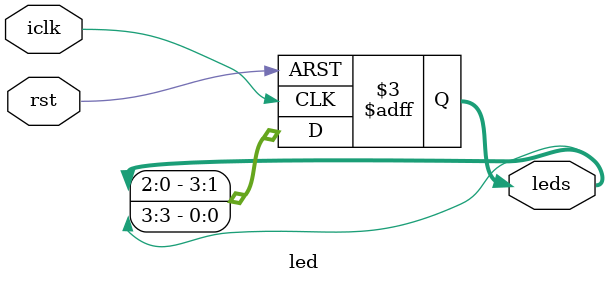
<source format=v>

module led (
	    input 	     iclk,
	    input 	     rst,
	    output reg [3:0] leds
	    );
	/////////////////////////////////////////////
	// parameter and signals
	/////////////////////////////////////////////
	// parameter

	// regs

	/////////////////////////////////////////////
	// main code
	/////////////////////////////////////////////
	always @ (posedge iclk or negedge rst) begin
		if (!rst) begin
			leds <= 4'b1110;
		end else begin
			leds <= {leds[2:0],leds[3]};
		end
	end


	/////////////////////////////////////////////
	// code end
	/////////////////////////////////////////////
endmodule

</source>
